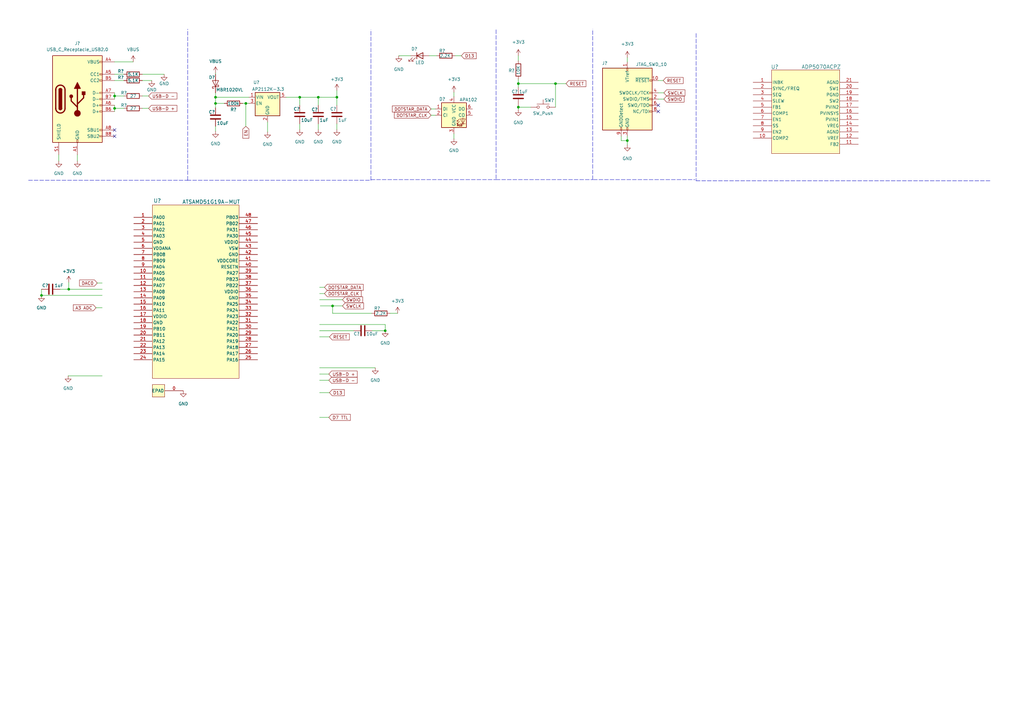
<source format=kicad_sch>
(kicad_sch (version 20211123) (generator eeschema)
  (paper "A3")
  (lib_symbols
    (symbol "ADP5070ACPZ:ADP5070ACPZ" (pin_names (offset 0.254))
      (property "Reference" "U?" (at 1.27 1.27 0))
      (property "Value" "ADP5070ACPZ" (at 20.32 1.27 0))
      (symbol "ADP5070ACPZ_0_1"
        (rectangle (start 0 0) (end 27.94 -34.29) (fill (type background)))
        (pin output line (at -7.62 -5.08 0) (length 7.62) (name "INBK") (number "1"))
        (pin unspecified line (at -7.62 -27.94 0) (length 7.62) (name "COMP2") (number "10"))
        (pin input line (at 35.56 -30.48 180) (length 7.62) (name "FB2") (number "11"))
        (pin output line (at 35.56 -27.94 180) (length 7.62) (name "VREF") (number "12"))
        (pin power_out line (at 35.56 -25.4 180) (length 7.62) (name "AGND") (number "13"))
        (pin output line (at 35.56 -22.86 180) (length 7.62) (name "VREG") (number "14"))
        (pin power_in line (at 35.56 -20.32 180) (length 7.62) (name "PVIN1") (number "15"))
        (pin power_in line (at 35.56 -17.78 180) (length 7.62) (name "PVINSYS") (number "16"))
        (pin power_in line (at 35.56 -15.24 180) (length 7.62) (name "PVIN2") (number "17"))
        (pin power_in line (at 35.56 -12.7 180) (length 7.62) (name "SW2") (number "18"))
        (pin power_out line (at 35.56 -10.16 180) (length 7.62) (name "PGND") (number "19"))
        (pin input line (at -7.62 -7.62 0) (length 7.62) (name "SYNC/FREQ") (number "2"))
        (pin power_in line (at 35.56 -7.62 180) (length 7.62) (name "SW1") (number "20"))
        (pin power_out line (at 35.56 -5.08 180) (length 7.62) (name "AGND") (number "21"))
        (pin unspecified line (at -7.62 -10.16 0) (length 7.62) (name "SEQ") (number "3"))
        (pin unspecified line (at -7.62 -12.7 0) (length 7.62) (name "SLEW") (number "4"))
        (pin input line (at -7.62 -15.24 0) (length 7.62) (name "FB1") (number "5"))
        (pin unspecified line (at -7.62 -17.78 0) (length 7.62) (name "COMP1") (number "6"))
        (pin input line (at -7.62 -20.32 0) (length 7.62) (name "EN1") (number "7"))
        (pin input line (at -7.62 -22.86 0) (length 7.62) (name "SS") (number "8"))
        (pin input line (at -7.62 -25.4 0) (length 7.62) (name "EN2") (number "9"))
      )
    )
    (symbol "ATSAMD51G19A-MUT:ATSAMD51G19A-MUT" (pin_names (offset 0.254))
      (property "Reference" "U?" (at 2.032 1.778 0))
      (property "Value" "ATSAMD51G19A-MUT" (at 24.13 1.27 0))
      (symbol "ATSAMD51G19A-MUT_0_1"
        (pin unspecified line (at 12.7 -76.2 180) (length 7.62) (name "EPAD") (number "0"))
        (pin bidirectional line (at -7.62 -5.08 0) (length 7.62) (name "PA00") (number "1"))
        (pin bidirectional line (at -7.62 -27.94 0) (length 7.62) (name "PA05") (number "10"))
        (pin bidirectional line (at -7.62 -30.48 0) (length 7.62) (name "PA06") (number "11"))
        (pin bidirectional line (at -7.62 -33.02 0) (length 7.62) (name "PA07") (number "12"))
        (pin bidirectional line (at -7.62 -35.56 0) (length 7.62) (name "PA08") (number "13"))
        (pin bidirectional line (at -7.62 -38.1 0) (length 7.62) (name "PA09") (number "14"))
        (pin bidirectional line (at -7.62 -40.64 0) (length 7.62) (name "PA10") (number "15"))
        (pin bidirectional line (at -7.62 -43.18 0) (length 7.62) (name "PA11") (number "16"))
        (pin power_in line (at -7.62 -45.72 0) (length 7.62) (name "VDDIO") (number "17"))
        (pin power_out line (at -7.62 -48.26 0) (length 7.62) (name "GND") (number "18"))
        (pin bidirectional line (at -7.62 -50.8 0) (length 7.62) (name "PB10") (number "19"))
        (pin bidirectional line (at -7.62 -7.62 0) (length 7.62) (name "PA01") (number "2"))
        (pin bidirectional line (at -7.62 -53.34 0) (length 7.62) (name "PB11") (number "20"))
        (pin bidirectional line (at -7.62 -55.88 0) (length 7.62) (name "PA12") (number "21"))
        (pin bidirectional line (at -7.62 -58.42 0) (length 7.62) (name "PA13") (number "22"))
        (pin bidirectional line (at -7.62 -60.96 0) (length 7.62) (name "PA14") (number "23"))
        (pin bidirectional line (at -7.62 -63.5 0) (length 7.62) (name "PA15") (number "24"))
        (pin bidirectional line (at 43.18 -63.5 180) (length 7.62) (name "PA16") (number "25"))
        (pin bidirectional line (at 43.18 -60.96 180) (length 7.62) (name "PA17") (number "26"))
        (pin bidirectional line (at 43.18 -58.42 180) (length 7.62) (name "PA18") (number "27"))
        (pin bidirectional line (at 43.18 -55.88 180) (length 7.62) (name "PA19") (number "28"))
        (pin bidirectional line (at 43.18 -53.34 180) (length 7.62) (name "PA20") (number "29"))
        (pin bidirectional line (at -7.62 -10.16 0) (length 7.62) (name "PA02") (number "3"))
        (pin bidirectional line (at 43.18 -50.8 180) (length 7.62) (name "PA21") (number "30"))
        (pin bidirectional line (at 43.18 -48.26 180) (length 7.62) (name "PA22") (number "31"))
        (pin bidirectional line (at 43.18 -45.72 180) (length 7.62) (name "PA23") (number "32"))
        (pin bidirectional line (at 43.18 -43.18 180) (length 7.62) (name "PA24") (number "33"))
        (pin bidirectional line (at 43.18 -40.64 180) (length 7.62) (name "PA25") (number "34"))
        (pin power_out line (at 43.18 -38.1 180) (length 7.62) (name "GND") (number "35"))
        (pin power_in line (at 43.18 -35.56 180) (length 7.62) (name "VDDIO") (number "36"))
        (pin bidirectional line (at 43.18 -33.02 180) (length 7.62) (name "PB22") (number "37"))
        (pin bidirectional line (at 43.18 -30.48 180) (length 7.62) (name "PB23") (number "38"))
        (pin bidirectional line (at 43.18 -27.94 180) (length 7.62) (name "PA27") (number "39"))
        (pin bidirectional line (at -7.62 -12.7 0) (length 7.62) (name "PA03") (number "4"))
        (pin unspecified line (at 43.18 -25.4 180) (length 7.62) (name "RESETN") (number "40"))
        (pin bidirectional line (at 43.18 -22.86 180) (length 7.62) (name "VDDCORE") (number "41"))
        (pin power_out line (at 43.18 -20.32 180) (length 7.62) (name "GND") (number "42"))
        (pin power_in line (at 43.18 -17.78 180) (length 7.62) (name "VSW") (number "43"))
        (pin power_in line (at 43.18 -15.24 180) (length 7.62) (name "VDDIO") (number "44"))
        (pin bidirectional line (at 43.18 -12.7 180) (length 7.62) (name "PA30") (number "45"))
        (pin bidirectional line (at 43.18 -10.16 180) (length 7.62) (name "PA31") (number "46"))
        (pin bidirectional line (at 43.18 -7.62 180) (length 7.62) (name "PB02") (number "47"))
        (pin bidirectional line (at 43.18 -5.08 180) (length 7.62) (name "PB03") (number "48"))
        (pin power_out line (at -7.62 -15.24 0) (length 7.62) (name "GND") (number "5"))
        (pin power_in line (at -7.62 -17.78 0) (length 7.62) (name "VDDANA") (number "6"))
        (pin bidirectional line (at -7.62 -20.32 0) (length 7.62) (name "PB08") (number "7"))
        (pin bidirectional line (at -7.62 -22.86 0) (length 7.62) (name "PB09") (number "8"))
        (pin bidirectional line (at -7.62 -25.4 0) (length 7.62) (name "PA04") (number "9"))
      )
      (symbol "ATSAMD51G19A-MUT_1_1"
        (rectangle (start 0 -73.66) (end 5.08 -78.74) (fill (type background)))
        (rectangle (start 35.56 0) (end 0 -71.12) (fill (type background)))
      )
    )
    (symbol "Connector:Conn_ARM_JTAG_SWD_10" (pin_names (offset 1.016))
      (property "Reference" "J" (at -2.54 16.51 0))
      (property "Value" "Conn_ARM_JTAG_SWD_10" (at -2.54 13.97 0))
      (symbol "Conn_ARM_JTAG_SWD_10_0_1"
        (rectangle (start -10.16 12.7) (end 10.16 -12.7) (stroke (width 0.254)) (fill (type background)))
        (rectangle (start -2.794 -12.7) (end -2.286 -11.684))
        (rectangle (start -0.254 -12.7) (end 0.254 -11.684))
        (rectangle (start -0.254 12.7) (end 0.254 11.684))
        (rectangle (start 9.144 2.286) (end 10.16 2.794))
        (rectangle (start 10.16 -2.794) (end 9.144 -2.286))
        (rectangle (start 10.16 -0.254) (end 9.144 0.254))
        (rectangle (start 10.16 7.874) (end 9.144 7.366))
      )
      (symbol "Conn_ARM_JTAG_SWD_10_1_1"
        (rectangle (start 9.144 -5.334) (end 10.16 -4.826))
        (pin power_in line (at 0 15.24 270) (length 2.54) (name "VTref") (number "1"))
        (pin open_collector line (at 12.7 7.62 180) (length 2.54) (name "~{RESET}") (number "10"))
        (pin bidirectional line (at 12.7 0 180) (length 2.54) (name "SWDIO/TMS") (number "2"))
        (pin power_in line (at 0 -15.24 90) (length 2.54) (name "GND") (number "3"))
        (pin output line (at 12.7 2.54 180) (length 2.54) (name "SWDCLK/TCK") (number "4"))
        (pin passive line (at 0 -15.24 90) (length 2.54) hide (name "GND") (number "5"))
        (pin input line (at 12.7 -2.54 180) (length 2.54) (name "SWO/TDO") (number "6"))
        (pin no_connect line (at -10.16 0 0) (length 2.54) hide (name "KEY") (number "7"))
        (pin output line (at 12.7 -5.08 180) (length 2.54) (name "NC/TDI") (number "8"))
        (pin passive line (at -2.54 -15.24 90) (length 2.54) (name "GNDDetect") (number "9"))
      )
    )
    (symbol "Connector:USB_C_Receptacle_USB2.0" (pin_names (offset 1.016))
      (property "Reference" "J" (at -10.16 19.05 0))
      (property "Value" "USB_C_Receptacle_USB2.0" (at 19.05 19.05 0))
      (symbol "USB_C_Receptacle_USB2.0_0_0"
        (rectangle (start -0.254 -17.78) (end 0.254 -16.764))
        (rectangle (start 10.16 -14.986) (end 9.144 -15.494))
        (rectangle (start 10.16 -12.446) (end 9.144 -12.954))
        (rectangle (start 10.16 -4.826) (end 9.144 -5.334))
        (rectangle (start 10.16 -2.286) (end 9.144 -2.794))
        (rectangle (start 10.16 0.254) (end 9.144 -0.254))
        (rectangle (start 10.16 2.794) (end 9.144 2.286))
        (rectangle (start 10.16 7.874) (end 9.144 7.366))
        (rectangle (start 10.16 10.414) (end 9.144 9.906))
        (rectangle (start 10.16 15.494) (end 9.144 14.986))
      )
      (symbol "USB_C_Receptacle_USB2.0_0_1"
        (rectangle (start -10.16 17.78) (end 10.16 -17.78) (stroke (width 0.254)) (fill (type background)))
        (arc (start -8.89 -3.81) (mid -6.985 -5.715) (end -5.08 -3.81) (stroke (width 0.508)))
        (arc (start -7.62 -3.81) (mid -6.985 -4.445) (end -6.35 -3.81) (stroke (width 0.254)))
        (arc (start -7.62 -3.81) (mid -6.985 -4.445) (end -6.35 -3.81) (stroke (width 0.254)) (fill (type outline)))
        (rectangle (start -7.62 -3.81) (end -6.35 3.81) (stroke (width 0.254)) (fill (type outline)))
        (arc (start -6.35 3.81) (mid -6.985 4.445) (end -7.62 3.81) (stroke (width 0.254)))
        (arc (start -6.35 3.81) (mid -6.985 4.445) (end -7.62 3.81) (stroke (width 0.254)) (fill (type outline)))
        (arc (start -5.08 3.81) (mid -6.985 5.715) (end -8.89 3.81) (stroke (width 0.508)))
        (circle (center -2.54 1.143) (radius 0.635) (stroke (width 0.254)) (fill (type outline)))
        (circle (center 0 -5.842) (radius 1.27) (fill (type outline)))
        (polyline (pts (xy -8.89 -3.81) (xy -8.89 3.81)) (stroke (width 0.508)))
        (polyline (pts (xy -5.08 3.81) (xy -5.08 -3.81)) (stroke (width 0.508)))
        (polyline (pts (xy 0 -5.842) (xy 0 4.318)) (stroke (width 0.508)))
        (polyline (pts (xy 0 -3.302) (xy -2.54 -0.762) (xy -2.54 0.508)) (stroke (width 0.508)))
        (polyline (pts (xy 0 -2.032) (xy 2.54 0.508) (xy 2.54 1.778)) (stroke (width 0.508)))
        (polyline (pts (xy -1.27 4.318) (xy 0 6.858) (xy 1.27 4.318) (xy -1.27 4.318)) (stroke (width 0.254)) (fill (type outline)))
        (rectangle (start 1.905 1.778) (end 3.175 3.048) (stroke (width 0.254)) (fill (type outline)))
      )
      (symbol "USB_C_Receptacle_USB2.0_1_1"
        (pin passive line (at 0 -22.86 90) (length 5.08) (name "GND") (number "A1"))
        (pin passive line (at 0 -22.86 90) (length 5.08) hide (name "GND") (number "A12"))
        (pin passive line (at 15.24 15.24 180) (length 5.08) (name "VBUS") (number "A4"))
        (pin bidirectional line (at 15.24 10.16 180) (length 5.08) (name "CC1") (number "A5"))
        (pin bidirectional line (at 15.24 -2.54 180) (length 5.08) (name "D+") (number "A6"))
        (pin bidirectional line (at 15.24 2.54 180) (length 5.08) (name "D-") (number "A7"))
        (pin bidirectional line (at 15.24 -12.7 180) (length 5.08) (name "SBU1") (number "A8"))
        (pin passive line (at 15.24 15.24 180) (length 5.08) hide (name "VBUS") (number "A9"))
        (pin passive line (at 0 -22.86 90) (length 5.08) hide (name "GND") (number "B1"))
        (pin passive line (at 0 -22.86 90) (length 5.08) hide (name "GND") (number "B12"))
        (pin passive line (at 15.24 15.24 180) (length 5.08) hide (name "VBUS") (number "B4"))
        (pin bidirectional line (at 15.24 7.62 180) (length 5.08) (name "CC2") (number "B5"))
        (pin bidirectional line (at 15.24 -5.08 180) (length 5.08) (name "D+") (number "B6"))
        (pin bidirectional line (at 15.24 0 180) (length 5.08) (name "D-") (number "B7"))
        (pin bidirectional line (at 15.24 -15.24 180) (length 5.08) (name "SBU2") (number "B8"))
        (pin passive line (at 15.24 15.24 180) (length 5.08) hide (name "VBUS") (number "B9"))
        (pin passive line (at -7.62 -22.86 90) (length 5.08) (name "SHIELD") (number "S1"))
      )
    )
    (symbol "Device:C" (pin_numbers hide) (pin_names (offset 0.254))
      (property "Reference" "C" (at 0.635 2.54 0))
      (property "Value" "C" (at 0.635 -2.54 0))
      (symbol "C_0_1"
        (polyline (pts (xy -2.032 -0.762) (xy 2.032 -0.762)) (stroke (width 0.508)))
        (polyline (pts (xy -2.032 0.762) (xy 2.032 0.762)) (stroke (width 0.508)))
      )
      (symbol "C_1_1"
        (pin passive line (at 0 3.81 270) (length 2.794) (name "~") (number "1"))
        (pin passive line (at 0 -3.81 90) (length 2.794) (name "~") (number "2"))
      )
    )
    (symbol "Device:LED" (pin_numbers hide) (pin_names (offset 1.016) hide)
      (property "Reference" "D" (at 0 2.54 0))
      (property "Value" "LED" (at 0 -2.54 0))
      (symbol "LED_0_1"
        (polyline (pts (xy -1.27 -1.27) (xy -1.27 1.27)) (stroke (width 0.254)))
        (polyline (pts (xy -1.27 0) (xy 1.27 0)))
        (polyline (pts (xy 1.27 -1.27) (xy 1.27 1.27) (xy -1.27 0) (xy 1.27 -1.27)) (stroke (width 0.254)))
        (polyline (pts (xy -3.048 -0.762) (xy -4.572 -2.286) (xy -3.81 -2.286) (xy -4.572 -2.286) (xy -4.572 -1.524)))
        (polyline (pts (xy -1.778 -0.762) (xy -3.302 -2.286) (xy -2.54 -2.286) (xy -3.302 -2.286) (xy -3.302 -1.524)))
      )
      (symbol "LED_1_1"
        (pin passive line (at -3.81 0 0) (length 2.54) (name "K") (number "1"))
        (pin passive line (at 3.81 0 180) (length 2.54) (name "A") (number "2"))
      )
    )
    (symbol "Device:R" (pin_numbers hide) (pin_names (offset 0))
      (property "Reference" "R" (at 2.032 0 90))
      (property "Value" "R" (at 0 0 90))
      (symbol "R_0_1"
        (rectangle (start -1.016 -2.54) (end 1.016 2.54) (stroke (width 0.254)))
      )
      (symbol "R_1_1"
        (pin passive line (at 0 3.81 270) (length 1.27) (name "~") (number "1"))
        (pin passive line (at 0 -3.81 90) (length 1.27) (name "~") (number "2"))
      )
    )
    (symbol "Diode:MBR1020VL" (pin_numbers hide) (pin_names hide)
      (property "Reference" "D" (at 0 2.54 0))
      (property "Value" "MBR1020VL" (at 0 -2.54 0))
      (symbol "MBR1020VL_0_1"
        (polyline (pts (xy 1.27 0) (xy -1.27 0)))
        (polyline (pts (xy 1.27 1.27) (xy 1.27 -1.27) (xy -1.27 0) (xy 1.27 1.27)) (stroke (width 0.2032)))
        (polyline (pts (xy -1.905 0.635) (xy -1.905 1.27) (xy -1.27 1.27) (xy -1.27 -1.27) (xy -0.635 -1.27) (xy -0.635 -0.635)) (stroke (width 0.2032)))
      )
      (symbol "MBR1020VL_1_1"
        (pin passive line (at -3.81 0 0) (length 2.54) (name "K") (number "1"))
        (pin passive line (at 3.81 0 180) (length 2.54) (name "A") (number "2"))
      )
    )
    (symbol "LED:APA102"
      (property "Reference" "D" (at 5.08 5.715 0))
      (property "Value" "APA102" (at 1.27 -5.715 0))
      (symbol "APA102_0_0"
        (text "RGB" (at 2.286 -4.191 0) (effects (font (size 0.762 0.762))))
      )
      (symbol "APA102_0_1"
        (polyline (pts (xy 1.27 -3.556) (xy 1.778 -3.556)))
        (polyline (pts (xy 1.27 -2.54) (xy 1.778 -2.54)))
        (polyline (pts (xy 4.699 -3.556) (xy 2.667 -3.556)))
        (polyline (pts (xy 2.286 -2.54) (xy 1.27 -3.556) (xy 1.27 -3.048)))
        (polyline (pts (xy 2.286 -1.524) (xy 1.27 -2.54) (xy 1.27 -2.032)))
        (polyline (pts (xy 3.683 -1.016) (xy 3.683 -3.556) (xy 3.683 -4.064)))
        (polyline (pts (xy 4.699 -1.524) (xy 2.667 -1.524) (xy 3.683 -3.556) (xy 4.699 -1.524)))
        (rectangle (start 5.08 5.08) (end -5.08 -5.08) (stroke (width 0.254)) (fill (type background)))
      )
      (symbol "APA102_1_1"
        (pin input line (at -7.62 2.54 0) (length 2.54) (name "DI") (number "1"))
        (pin input line (at -7.62 0 0) (length 2.54) (name "CI") (number "2"))
        (pin power_in line (at 0 -7.62 90) (length 2.54) (name "GND") (number "3"))
        (pin power_in line (at 0 7.62 270) (length 2.54) (name "VCC") (number "4"))
        (pin output line (at 7.62 0 180) (length 2.54) (name "CO") (number "5"))
        (pin output line (at 7.62 2.54 180) (length 2.54) (name "DO") (number "6"))
      )
    )
    (symbol "Regulator_Linear:AP2112K-3.3" (pin_names (offset 0.254))
      (property "Reference" "U" (at -5.08 5.715 0))
      (property "Value" "AP2112K-3.3" (at 0 5.715 0))
      (symbol "AP2112K-3.3_0_1"
        (rectangle (start -5.08 4.445) (end 5.08 -5.08) (stroke (width 0.254)) (fill (type background)))
      )
      (symbol "AP2112K-3.3_1_1"
        (pin power_in line (at -7.62 2.54 0) (length 2.54) (name "VIN") (number "1"))
        (pin power_in line (at 0 -7.62 90) (length 2.54) (name "GND") (number "2"))
        (pin input line (at -7.62 0 0) (length 2.54) (name "EN") (number "3"))
        (pin no_connect line (at 5.08 0 180) (length 2.54) hide (name "NC") (number "4"))
        (pin power_out line (at 7.62 2.54 180) (length 2.54) (name "VOUT") (number "5"))
      )
    )
    (symbol "Switch:SW_Push" (pin_numbers hide) (pin_names (offset 1.016) hide)
      (property "Reference" "SW" (at 1.27 2.54 0))
      (property "Value" "SW_Push" (at 0 -1.524 0))
      (symbol "SW_Push_0_1"
        (circle (center -2.032 0) (radius 0.508))
        (polyline (pts (xy 0 1.27) (xy 0 3.048)))
        (polyline (pts (xy 2.54 1.27) (xy -2.54 1.27)))
        (circle (center 2.032 0) (radius 0.508))
        (pin passive line (at -5.08 0 0) (length 2.54) (name "1") (number "1"))
        (pin passive line (at 5.08 0 180) (length 2.54) (name "2") (number "2"))
      )
    )
    (symbol "power:+3V3" (power) (pin_names (offset 0))
      (property "Value" "+3V3" (at 0 3.556 0))
      (symbol "+3V3_0_1"
        (polyline (pts (xy -0.762 1.27) (xy 0 2.54)))
        (polyline (pts (xy 0 0) (xy 0 2.54)))
        (polyline (pts (xy 0 2.54) (xy 0.762 1.27)))
      )
      (symbol "+3V3_1_1"
        (pin power_in line (at 0 0 90) (length 0) hide (name "+3V3") (number "1"))
      )
    )
    (symbol "power:GND" (power) (pin_names (offset 0))
      (property "Value" "GND" (at 0 -3.81 0))
      (symbol "GND_0_1"
        (polyline (pts (xy 0 0) (xy 0 -1.27) (xy 1.27 -1.27) (xy 0 -2.54) (xy -1.27 -1.27) (xy 0 -1.27)))
      )
      (symbol "GND_1_1"
        (pin power_in line (at 0 0 270) (length 0) hide (name "GND") (number "1"))
      )
    )
    (symbol "power:VBUS" (power) (pin_names (offset 0))
      (property "Value" "VBUS" (at 0 3.81 0))
      (symbol "VBUS_0_1"
        (polyline (pts (xy -0.762 1.27) (xy 0 2.54)))
        (polyline (pts (xy 0 0) (xy 0 2.54)))
        (polyline (pts (xy 0 2.54) (xy 0.762 1.27)))
      )
      (symbol "VBUS_1_1"
        (pin power_in line (at 0 0 90) (length 0) hide (name "VBUS") (number "1"))
      )
    )
  )
  (junction (at 17.018 121.158))
  (junction (at 130.556 39.878))
  (junction (at 157.988 135.636))
  (junction (at 138.176 39.878))
  (junction (at 46.99 44.45))
  (junction (at 28.194 118.618))
  (junction (at 136.398 125.476))
  (junction (at 46.99 39.37))
  (junction (at 227.838 34.29))
  (junction (at 212.598 43.942))
  (junction (at 122.936 39.878))
  (junction (at 88.392 39.878))
  (junction (at 88.392 42.418))
  (junction (at 100.838 42.418))
  (junction (at 257.302 57.658))
  (junction (at 212.598 34.29))
  (no_connect (at 46.99 55.88))
  (no_connect (at 270.002 45.72))
  (no_connect (at 270.002 43.18))
  (no_connect (at 46.99 53.34))
  (wire (pts (xy 212.598 34.29) (xy 227.838 34.29)))
  (wire (pts (xy 131.064 171.196) (xy 134.874 171.196)))
  (wire (pts (xy 138.176 39.878) (xy 138.176 43.18)))
  (wire (pts (xy 24.13 63.5) (xy 24.13 66.04)))
  (wire (pts (xy 212.598 43.942) (xy 217.678 43.942)))
  (wire (pts (xy 186.182 37.846) (xy 186.182 39.624)))
  (wire (pts (xy 131.064 135.636) (xy 145.034 135.636)))
  (wire (pts (xy 88.392 42.418) (xy 91.948 42.418)))
  (wire (pts (xy 58.42 33.02) (xy 62.23 33.02)))
  (wire (pts (xy 131.064 155.956) (xy 134.874 155.956)))
  (wire (pts (xy 99.568 42.418) (xy 100.838 42.418)))
  (wire (pts (xy 46.99 39.37) (xy 50.8 39.37)))
  (wire (pts (xy 136.398 128.524) (xy 152.4 128.524)))
  (wire (pts (xy 138.176 39.878) (xy 138.176 37.084)))
  (wire (pts (xy 46.99 44.45) (xy 50.8 44.45)))
  (wire (pts (xy 131.064 133.096) (xy 157.988 133.096)))
  (polyline (pts (xy 203.454 12.192) (xy 203.454 73.66)))
  (wire (pts (xy 257.302 57.658) (xy 257.302 59.436)))
  (wire (pts (xy 131.064 150.876) (xy 153.924 150.876)))
  (wire (pts (xy 28.194 115.824) (xy 28.194 118.618)))
  (wire (pts (xy 46.99 25.4) (xy 54.61 25.4)))
  (wire (pts (xy 176.784 47.244) (xy 178.562 47.244)))
  (wire (pts (xy 176.022 22.86) (xy 179.07 22.86)))
  (polyline (pts (xy 152.146 73.914) (xy 152.146 12.192)))
  (polyline (pts (xy 76.962 73.914) (xy 76.962 11.938)))
  (wire (pts (xy 131.064 153.416) (xy 134.874 153.416)))
  (wire (pts (xy 131.064 120.396) (xy 133.096 120.396)))
  (wire (pts (xy 131.064 161.036) (xy 135.128 161.036)))
  (polyline (pts (xy 11.684 73.914) (xy 76.962 73.914)))
  (wire (pts (xy 88.392 51.816) (xy 88.392 53.848)))
  (wire (pts (xy 212.598 22.86) (xy 212.598 24.892)))
  (wire (pts (xy 39.878 116.078) (xy 41.91 116.078)))
  (wire (pts (xy 270.002 33.02) (xy 272.034 33.02)))
  (wire (pts (xy 88.392 42.418) (xy 88.392 44.196)))
  (wire (pts (xy 58.42 30.48) (xy 67.31 30.48)))
  (wire (pts (xy 130.556 39.878) (xy 130.556 43.18)))
  (wire (pts (xy 46.99 45.72) (xy 46.99 44.45)))
  (polyline (pts (xy 243.332 73.66) (xy 284.988 73.66)))
  (wire (pts (xy 88.392 39.878) (xy 88.392 42.418)))
  (polyline (pts (xy 285.496 13.716) (xy 285.496 74.168)))
  (wire (pts (xy 131.064 122.936) (xy 140.462 122.936)))
  (wire (pts (xy 212.598 43.434) (xy 212.598 43.942)))
  (wire (pts (xy 176.784 44.704) (xy 178.562 44.704)))
  (wire (pts (xy 157.988 133.096) (xy 157.988 135.636)))
  (wire (pts (xy 131.064 117.856) (xy 133.096 117.856)))
  (wire (pts (xy 136.398 125.476) (xy 140.462 125.476)))
  (wire (pts (xy 24.638 118.618) (xy 28.194 118.618)))
  (wire (pts (xy 138.176 50.8) (xy 138.176 53.086)))
  (wire (pts (xy 122.936 39.878) (xy 130.556 39.878)))
  (polyline (pts (xy 76.708 73.914) (xy 152.146 73.914)))
  (wire (pts (xy 257.302 55.88) (xy 257.302 57.658)))
  (wire (pts (xy 46.99 43.18) (xy 46.99 44.45)))
  (wire (pts (xy 186.182 54.864) (xy 186.182 56.896)))
  (wire (pts (xy 163.576 22.86) (xy 168.402 22.86)))
  (polyline (pts (xy 203.454 73.66) (xy 243.078 73.66)))
  (wire (pts (xy 131.064 138.176) (xy 135.128 138.176)))
  (wire (pts (xy 46.99 33.02) (xy 50.8 33.02)))
  (wire (pts (xy 109.728 50.038) (xy 109.728 54.102)))
  (wire (pts (xy 130.556 50.8) (xy 130.556 53.086)))
  (wire (pts (xy 122.936 39.878) (xy 122.936 43.18)))
  (wire (pts (xy 257.302 23.622) (xy 257.302 25.4)))
  (wire (pts (xy 46.99 38.1) (xy 46.99 39.37)))
  (wire (pts (xy 186.69 22.86) (xy 189.23 22.86)))
  (wire (pts (xy 131.318 125.476) (xy 136.398 125.476)))
  (wire (pts (xy 270.002 38.1) (xy 272.288 38.1)))
  (wire (pts (xy 227.838 34.29) (xy 227.838 43.942)))
  (wire (pts (xy 136.398 125.476) (xy 136.398 128.524)))
  (wire (pts (xy 100.838 42.418) (xy 102.108 42.418)))
  (wire (pts (xy 17.018 121.158) (xy 41.91 121.158)))
  (wire (pts (xy 152.654 135.636) (xy 157.988 135.636)))
  (polyline (pts (xy 285.496 74.168) (xy 406.146 74.168)))
  (wire (pts (xy 270.002 40.64) (xy 272.288 40.64)))
  (wire (pts (xy 212.598 32.512) (xy 212.598 34.29)))
  (wire (pts (xy 31.75 63.5) (xy 31.75 66.04)))
  (wire (pts (xy 88.392 38.1) (xy 88.392 39.878)))
  (wire (pts (xy 46.99 30.48) (xy 50.8 30.48)))
  (wire (pts (xy 88.392 39.878) (xy 102.108 39.878)))
  (wire (pts (xy 160.02 128.524) (xy 163.068 128.524)))
  (wire (pts (xy 58.42 44.45) (xy 60.96 44.45)))
  (polyline (pts (xy 152.146 73.66) (xy 203.454 73.66)))
  (wire (pts (xy 100.838 42.418) (xy 100.838 51.816)))
  (wire (pts (xy 254.762 55.88) (xy 254.762 57.658)))
  (polyline (pts (xy 243.078 73.66) (xy 243.078 11.938)))
  (wire (pts (xy 130.556 39.878) (xy 138.176 39.878)))
  (wire (pts (xy 212.598 34.29) (xy 212.598 35.814)))
  (wire (pts (xy 88.392 29.972) (xy 88.392 30.48)))
  (wire (pts (xy 27.94 154.178) (xy 41.91 154.178)))
  (wire (pts (xy 212.598 43.942) (xy 212.598 44.958)))
  (wire (pts (xy 122.936 50.8) (xy 122.936 53.086)))
  (wire (pts (xy 117.348 39.878) (xy 122.936 39.878)))
  (wire (pts (xy 17.018 118.618) (xy 17.018 121.158)))
  (wire (pts (xy 46.99 39.37) (xy 46.99 40.64)))
  (wire (pts (xy 227.838 34.29) (xy 232.156 34.29)))
  (wire (pts (xy 39.37 126.238) (xy 41.91 126.238)))
  (wire (pts (xy 254.762 57.658) (xy 257.302 57.658)))
  (wire (pts (xy 28.194 118.618) (xy 41.91 118.618)))
  (wire (pts (xy 58.42 39.37) (xy 60.96 39.37)))
  (global_label "DAC0" (shape input) (at 39.878 116.078 180) (property "Intersheet References" "${INTERSHEET_REFS}" (effects hide)))
  (global_label "USB-D +" (shape input) (at 134.874 153.416 0) (property "Intersheet References" "${INTERSHEET_REFS}" (effects hide)))
  (global_label "USB-D -" (shape input) (at 134.874 155.956 0) (property "Intersheet References" "${INTERSHEET_REFS}" (effects hide)))
  (global_label "D13" (shape input) (at 189.23 22.86 0) (property "Intersheet References" "${INTERSHEET_REFS}" (effects hide)))
  (global_label "SWCLK" (shape input) (at 140.462 125.476 0) (property "Intersheet References" "${INTERSHEET_REFS}" (effects hide)))
  (global_label "RESET" (shape input) (at 232.156 34.29 0) (property "Intersheet References" "${INTERSHEET_REFS}" (effects hide)))
  (global_label "USB-D +" (shape input) (at 60.96 44.45 0) (property "Intersheet References" "${INTERSHEET_REFS}" (effects hide)))
  (global_label "DOTSTAR_CLK" (shape input) (at 176.784 47.244 180) (property "Intersheet References" "${INTERSHEET_REFS}" (effects hide)))
  (global_label "EN" (shape input) (at 100.838 51.816 270) (property "Intersheet References" "${INTERSHEET_REFS}" (effects hide)))
  (global_label "SWDIO" (shape input) (at 272.288 40.64 0) (property "Intersheet References" "${INTERSHEET_REFS}" (effects hide)))
  (global_label "SWDIO" (shape input) (at 140.462 122.936 0) (property "Intersheet References" "${INTERSHEET_REFS}" (effects hide)))
  (global_label "DOTSTAR_DATA" (shape input) (at 176.784 44.704 180) (property "Intersheet References" "${INTERSHEET_REFS}" (effects hide)))
  (global_label "USB-D -" (shape input) (at 60.96 39.37 0) (property "Intersheet References" "${INTERSHEET_REFS}" (effects hide)))
  (global_label "RESET" (shape input) (at 135.128 138.176 0) (property "Intersheet References" "${INTERSHEET_REFS}" (effects hide)))
  (global_label "D7 TTL" (shape input) (at 134.874 171.196 0) (property "Intersheet References" "${INTERSHEET_REFS}" (effects hide)))
  (global_label "D13" (shape input) (at 135.128 161.036 0) (property "Intersheet References" "${INTERSHEET_REFS}" (effects hide)))
  (global_label "A3 ADC" (shape input) (at 39.37 126.238 180) (property "Intersheet References" "${INTERSHEET_REFS}" (effects hide)))
  (global_label "RESET" (shape input) (at 272.034 33.02 0) (property "Intersheet References" "${INTERSHEET_REFS}" (effects hide)))
  (global_label "DOTSTAR_DATA" (shape input) (at 133.096 117.856 0) (property "Intersheet References" "${INTERSHEET_REFS}" (effects hide)))
  (global_label "DOTSTAR_CLK" (shape input) (at 133.096 120.396 0) (property "Intersheet References" "${INTERSHEET_REFS}" (effects hide)))
  (global_label "SWCLK" (shape input) (at 272.288 38.1 0) (property "Intersheet References" "${INTERSHEET_REFS}" (effects hide)))
  (symbol (lib_id "Connector:Conn_ARM_JTAG_SWD_10") (at 257.302 40.64 0) (unit 1)
    (property "Reference" "J?" (at 249.174 25.908 0) (effects (justify right)))
    (property "Value" "JTAG_SWD_10" (at 273.558 26.416 0) (effects (justify right)))
    (property "Footprint" "Connector:Tag-Connect_TC2050-IDC-FP_2x05_P1.27mm_Vertical" (effects hide))
    (property "Datasheet" "http://infocenter.arm.com/help/topic/com.arm.doc.ddi0314h/DDI0314H_coresight_components_trm.pdf" (effects hide))
  )
  (symbol (lib_id "Device:C") (at 138.176 46.99 0) (unit 1)
    (property "Reference" "C?" (at 135.382 44.704 0) (effects (justify left)))
    (property "Value" "1uF" (at 138.684 49.276 0) (effects (justify left)))
  )
  (symbol (lib_id "power:GND") (at 122.936 53.086 0) (unit 1)
    (property "Reference" "#PWR?" (effects hide))
    (property "Value" "GND" (at 122.936 58.166 0))
  )
  (symbol (lib_id "power:GND") (at 27.94 154.178 0) (unit 1)
    (property "Reference" "#PWR?" (effects hide))
    (property "Value" "GND" (at 27.94 159.258 0))
  )
  (symbol (lib_id "power:GND") (at 212.598 44.958 0) (unit 1)
    (property "Reference" "#PWR?" (effects hide))
    (property "Value" "GND" (at 212.598 50.292 0))
  )
  (symbol (lib_id "power:GND") (at 75.184 160.274 0) (unit 1)
    (property "Reference" "#PWR?" (effects hide))
    (property "Value" "GND" (at 75.184 165.608 0))
  )
  (symbol (lib_id "power:GND") (at 62.23 33.02 0) (unit 1)
    (property "Reference" "#PWR?" (effects hide))
    (property "Value" "GND" (at 62.23 36.83 0))
  )
  (symbol (lib_id "power:GND") (at 157.988 135.636 0) (unit 1)
    (property "Reference" "#PWR?" (effects hide))
    (property "Value" "GND" (at 157.988 140.716 0))
  )
  (symbol (lib_id "power:GND") (at 67.31 30.48 0) (unit 1)
    (property "Reference" "#PWR?" (effects hide))
    (property "Value" "GND" (at 67.31 34.29 0))
  )
  (symbol (lib_id "power:GND") (at 163.576 22.86 0) (unit 1)
    (property "Reference" "#PWR?" (effects hide))
    (property "Value" "GND" (at 163.576 28.448 0))
  )
  (symbol (lib_id "power:GND") (at 88.392 53.848 0) (unit 1)
    (property "Reference" "#PWR?" (effects hide))
    (property "Value" "GND" (at 88.392 58.928 0))
  )
  (symbol (lib_id "Device:R") (at 156.21 128.524 90) (unit 1)
    (property "Reference" "R?" (at 154.686 126.492 90))
    (property "Value" "2.2K" (at 156.21 128.524 90))
  )
  (symbol (lib_id "Device:R") (at 54.61 33.02 90) (unit 1)
    (property "Reference" "R?" (at 49.53 31.75 90))
    (property "Value" "5.1K" (at 54.61 33.02 90))
  )
  (symbol (lib_id "ADP5070ACPZ:ADP5070ACPZ") (at 316.484 28.702 0) (unit 1)
    (property "Reference" "U?" (at 317.754 27.432 0) (effects (font (size 1.524 1.524))))
    (property "Value" "ADP5070ACPZ" (at 336.804 27.432 0) (effects (font (size 1.524 1.524))))
    (property "Footprint" "CP-20-8_ADI" (effects hide))
    (property "Datasheet" "ADP5070ACPZ" (effects hide))
  )
  (symbol (lib_id "power:GND") (at 109.728 54.102 0) (unit 1)
    (property "Reference" "#PWR?" (effects hide))
    (property "Value" "GND" (at 109.728 59.182 0))
  )
  (symbol (lib_id "power:GND") (at 17.018 121.158 0) (unit 1)
    (property "Reference" "#PWR?" (effects hide))
    (property "Value" "GND" (at 17.018 126.238 0))
  )
  (symbol (lib_id "Device:R") (at 95.758 42.418 90) (unit 1)
    (property "Reference" "R?" (at 95.758 44.958 90))
    (property "Value" "100k" (at 95.758 42.418 90))
  )
  (symbol (lib_id "Device:R") (at 182.88 22.86 90) (unit 1)
    (property "Reference" "R?" (at 181.356 20.828 90))
    (property "Value" "2.2K" (at 182.626 22.86 90))
  )
  (symbol (lib_id "Regulator_Linear:AP2112K-3.3") (at 109.728 42.418 0) (unit 1)
    (property "Reference" "U?" (at 105.156 33.782 0))
    (property "Value" "AP2112K-3.3" (at 109.982 36.576 0))
    (property "Footprint" "Package_TO_SOT_SMD:SOT-23-5" (effects hide))
    (property "Datasheet" "https://www.diodes.com/assets/Datasheets/AP2112.pdf" (effects hide))
  )
  (symbol (lib_id "Switch:SW_Push") (at 222.758 43.942 0) (unit 1)
    (property "Reference" "SW?" (at 225.298 41.148 0))
    (property "Value" "SW_Push" (at 222.758 46.482 0))
  )
  (symbol (lib_id "Device:C") (at 130.556 46.99 0) (unit 1)
    (property "Reference" "C?" (at 127.762 44.958 0) (effects (justify left)))
    (property "Value" "1uF" (at 131.064 49.276 0) (effects (justify left)))
  )
  (symbol (lib_id "power:+3V3") (at 163.068 128.524 0) (unit 1)
    (property "Reference" "#PWR?" (effects hide))
    (property "Value" "+3V3" (at 163.068 123.444 0))
  )
  (symbol (lib_id "Diode:MBR1020VL") (at 88.392 34.29 90) (unit 1)
    (property "Reference" "D?" (at 85.598 31.75 90) (effects (justify right)))
    (property "Value" "MBR1020VL" (at 88.646 36.83 90) (effects (justify right)))
    (property "Footprint" "Diode_SMD:D_SOD-123F" (effects hide))
    (property "Datasheet" "https://www.onsemi.com/pub/Collateral/MBR1020VL-D.PDF" (effects hide))
  )
  (symbol (lib_id "Device:C") (at 212.598 39.624 0) (unit 1)
    (property "Reference" "C?" (at 209.804 37.592 0) (effects (justify left)))
    (property "Value" "1uF" (at 212.852 37.592 0) (effects (justify left)))
  )
  (symbol (lib_id "ATSAMD51G19A-MUT:ATSAMD51G19A-MUT") (at 62.484 84.074 0) (unit 1)
    (property "Reference" "U?" (at 64.516 82.296 0) (effects (font (size 1.524 1.524))))
    (property "Value" "ATSAMD51G19A-MUT" (at 86.614 82.804 0) (effects (font (size 1.524 1.524))))
    (property "Footprint" "QFN48_7X7MC_MCH" (effects hide))
    (property "Datasheet" "ATSAMD51G19A-MUT" (effects hide))
  )
  (symbol (lib_id "Device:C") (at 148.844 135.636 90) (unit 1)
    (property "Reference" "C?" (at 146.304 136.906 90))
    (property "Value" "10uF" (at 152.654 136.906 90))
    (property "Footprint" "Capacitor_SMD:C_0805_2012Metric" (effects hide))
  )
  (symbol (lib_id "Device:C") (at 122.936 46.99 0) (unit 1)
    (property "Reference" "C?" (at 120.396 44.704 0) (effects (justify left)))
    (property "Value" "10uF" (at 123.444 49.276 0) (effects (justify left)))
  )
  (symbol (lib_id "Device:C") (at 20.828 118.618 270) (unit 1)
    (property "Reference" "C?" (at 17.272 117.094 90) (effects (justify left)))
    (property "Value" "1uF" (at 22.352 117.094 90) (effects (justify left)))
  )
  (symbol (lib_id "power:VBUS") (at 54.61 25.4 0) (unit 1)
    (property "Reference" "#PWR?" (effects hide))
    (property "Value" "VBUS" (at 54.61 20.32 0))
  )
  (symbol (lib_id "power:+3V3") (at 212.598 22.86 0) (unit 1)
    (property "Reference" "#PWR?" (effects hide))
    (property "Value" "+3V3" (at 212.598 17.272 0))
  )
  (symbol (lib_id "power:GND") (at 31.75 66.04 0) (unit 1)
    (property "Reference" "#PWR?" (effects hide))
    (property "Value" "GND" (at 31.75 71.12 0))
  )
  (symbol (lib_id "Connector:USB_C_Receptacle_USB2.0") (at 31.75 40.64 0) (unit 1)
    (property "Reference" "J?" (at 31.75 17.78 0))
    (property "Value" "USB_C_Receptacle_USB2.0" (at 31.75 20.32 0))
    (property "Footprint" "Connector_USB:USB_C_Receptacle_G-Switch_GT-USB-7010ASV" (effects hide))
    (property "Datasheet" "https://www.usb.org/sites/default/files/documents/usb_type-c.zip" (effects hide))
  )
  (symbol (lib_id "power:+3V3") (at 257.302 23.622 0) (unit 1)
    (property "Reference" "#PWR?" (effects hide))
    (property "Value" "+3V3" (at 257.302 18.034 0))
  )
  (symbol (lib_id "Device:LED") (at 172.212 22.86 0) (unit 1)
    (property "Reference" "D?" (at 169.926 20.066 0))
    (property "Value" "LED" (at 172.212 25.654 0))
  )
  (symbol (lib_id "power:GND") (at 130.556 53.086 0) (unit 1)
    (property "Reference" "#PWR?" (effects hide))
    (property "Value" "GND" (at 130.556 58.166 0))
  )
  (symbol (lib_id "power:GND") (at 24.13 66.04 0) (unit 1)
    (property "Reference" "#PWR?" (effects hide))
    (property "Value" "GND" (at 24.13 71.12 0))
  )
  (symbol (lib_id "Device:R") (at 54.61 44.45 90) (unit 1)
    (property "Reference" "R?" (at 50.8 43.18 90))
    (property "Value" "27" (at 54.61 44.45 90))
  )
  (symbol (lib_id "power:GND") (at 257.302 59.436 0) (unit 1)
    (property "Reference" "#PWR?" (effects hide))
    (property "Value" "GND" (at 257.302 65.024 0))
  )
  (symbol (lib_id "LED:APA102") (at 186.182 47.244 0) (unit 1)
    (property "Reference" "D?" (at 180.086 40.64 0) (effects (justify left)))
    (property "Value" "APA102" (at 188.468 40.894 0) (effects (justify left)))
    (property "Footprint" "LED_SMD:LED_RGB_5050-6" (effects hide))
    (property "Datasheet" "http://www.led-color.com/upload/201506/APA102%20LED.pdf" (effects hide))
  )
  (symbol (lib_id "power:VBUS") (at 88.392 29.972 0) (unit 1)
    (property "Reference" "#PWR?" (effects hide))
    (property "Value" "VBUS" (at 88.392 25.146 0))
  )
  (symbol (lib_id "power:GND") (at 138.176 53.086 0) (unit 1)
    (property "Reference" "#PWR?" (effects hide))
    (property "Value" "GND" (at 138.176 58.166 0))
  )
  (symbol (lib_id "power:GND") (at 186.182 56.896 0) (unit 1)
    (property "Reference" "#PWR?" (effects hide))
    (property "Value" "GND" (at 186.182 61.722 0))
  )
  (symbol (lib_id "power:+3V3") (at 28.194 115.824 0) (unit 1)
    (property "Reference" "#PWR?" (effects hide))
    (property "Value" "+3V3" (at 28.194 111.252 0))
  )
  (symbol (lib_id "power:+3V3") (at 186.182 37.846 0) (unit 1)
    (property "Reference" "#PWR?" (effects hide))
    (property "Value" "+3V3" (at 186.182 32.512 0))
  )
  (symbol (lib_id "Device:R") (at 54.61 39.37 90) (unit 1)
    (property "Reference" "R?" (at 50.8 38.1 90))
    (property "Value" "27" (at 54.61 39.37 90))
  )
  (symbol (lib_id "Device:C") (at 88.392 48.006 0) (unit 1)
    (property "Reference" "C?" (at 85.598 45.974 0) (effects (justify left)))
    (property "Value" "10uF" (at 88.9 50.546 0) (effects (justify left)))
  )
  (symbol (lib_id "power:+3V3") (at 138.176 37.084 0) (unit 1)
    (property "Reference" "#PWR?" (effects hide))
    (property "Value" "+3V3" (at 138.176 32.512 0))
  )
  (symbol (lib_id "Device:R") (at 54.61 30.48 90) (unit 1)
    (property "Reference" "R?" (at 49.53 29.21 90))
    (property "Value" "5.1K" (at 54.61 30.48 90))
  )
  (symbol (lib_id "power:GND") (at 153.924 150.876 0) (unit 1)
    (property "Reference" "#PWR?" (effects hide))
    (property "Value" "GND" (at 153.924 155.956 0))
  )
  (symbol (lib_id "Device:R") (at 212.598 28.702 0) (unit 1)
    (property "Reference" "R?" (at 208.534 28.956 0) (effects (justify left)))
    (property "Value" "10K" (at 212.598 30.734 90) (effects (justify left)))
  )
)
</source>
